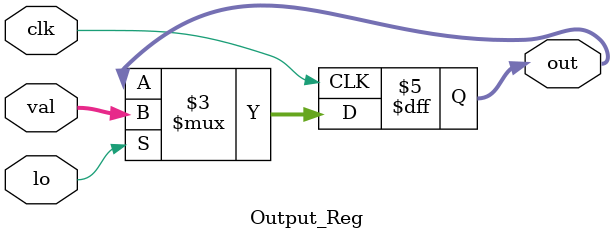
<source format=v>
`timescale 1ns / 1ps

module Output_Reg(input [7:0]val,
                  input clk,lo,
                  output reg [7:0]out
                  );
        always@(posedge clk)
           if( lo == 1 )
           begin
                out <= val;
                $display("The final value : " , val);
           end 
 endmodule
 
</source>
